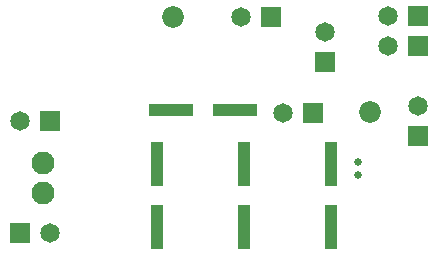
<source format=gbs>
G04 Layer_Color=16711935*
%FSLAX24Y24*%
%MOIN*%
G70*
G01*
G75*
%ADD44C,0.0721*%
%ADD45C,0.0651*%
%ADD46R,0.0651X0.0651*%
%ADD47R,0.0651X0.0651*%
%ADD48C,0.0060*%
%ADD49C,0.0769*%
%ADD50C,0.0257*%
%ADD51R,0.0418X0.1493*%
%ADD52R,0.1493X0.0418*%
D44*
X12400Y4800D02*
D03*
X5850Y7950D02*
D03*
D45*
X13000Y8000D02*
D03*
Y7000D02*
D03*
X8100Y7950D02*
D03*
X10900Y7450D02*
D03*
X9500Y4750D02*
D03*
X1750Y750D02*
D03*
X14000Y5000D02*
D03*
X750Y4500D02*
D03*
D46*
X14000Y8000D02*
D03*
Y7000D02*
D03*
X9100Y7950D02*
D03*
X10500Y4750D02*
D03*
X750Y750D02*
D03*
X1750Y4500D02*
D03*
D47*
X10900Y6450D02*
D03*
X14000Y4000D02*
D03*
D48*
X500Y2100D02*
D03*
Y3100D02*
D03*
D49*
X1500Y2100D02*
D03*
Y3100D02*
D03*
D50*
X12000Y3117D02*
D03*
Y2683D02*
D03*
D51*
X11100Y937D02*
D03*
Y3063D02*
D03*
X8200Y937D02*
D03*
Y3063D02*
D03*
X5300Y937D02*
D03*
Y3063D02*
D03*
D52*
X5787Y4850D02*
D03*
X7913D02*
D03*
M02*

</source>
